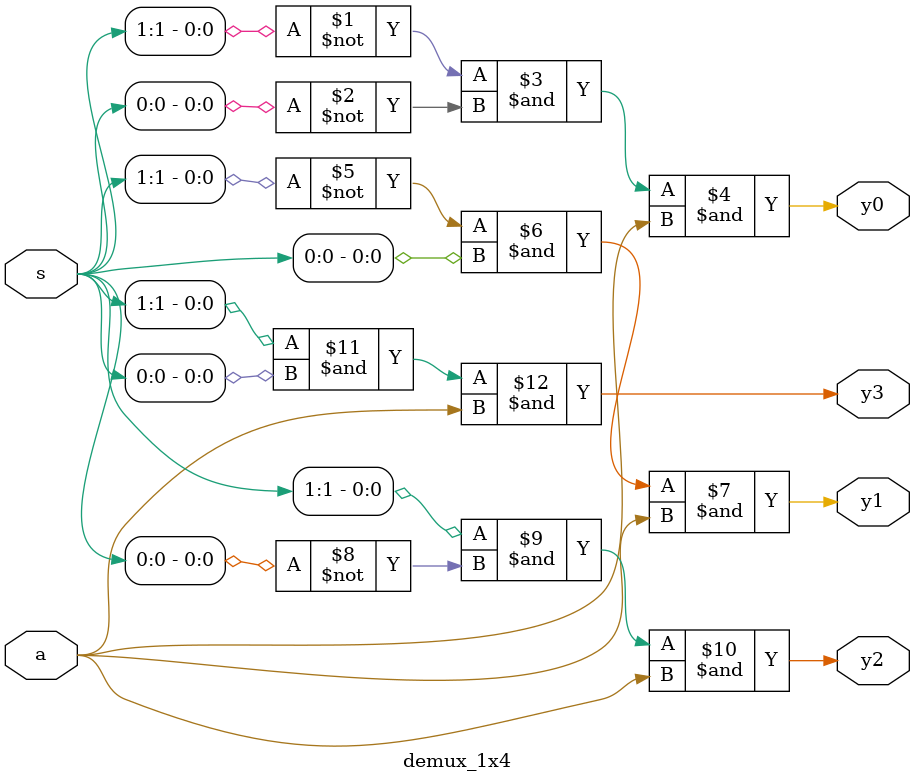
<source format=v>
module demux_1x4 (
   input a,
   input [1:0] s,
   output y0,y1,y2,y3);
   
   assign y0 = (~s[1] & ~s[0]) & a;
   assign y1 = (~s[1] &  s[0]) & a; 
   assign y2 = ( s[1] & ~s[0]) & a;
   assign y3 = ( s[1] &  s[0]) & a;
endmodule

</source>
